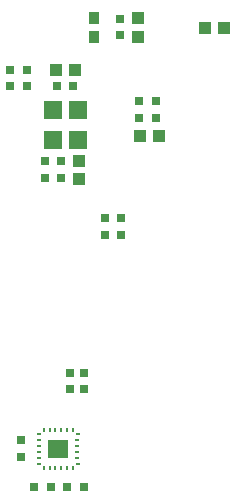
<source format=gbp>
%FSAX24Y24*%
%MOIN*%
G70*
G01*
G75*
G04 Layer_Color=128*
%ADD10C,0.0100*%
%ADD11R,0.0300X0.0300*%
%ADD12P,0.0424X4X360.0*%
%ADD13P,0.0424X4X90.0*%
%ADD14R,0.0300X0.0300*%
%ADD15R,0.0118X0.0157*%
%ADD16R,0.0394X0.0413*%
%ADD17R,0.0984X0.1496*%
%ADD18R,0.0197X0.0787*%
%ADD19O,0.0709X0.0118*%
%ADD20O,0.0118X0.0709*%
%ADD21R,0.0394X0.0374*%
%ADD22C,0.0100*%
%ADD23C,0.0300*%
%ADD24C,0.0150*%
%ADD25C,0.0200*%
%ADD26C,0.0866*%
%ADD27C,0.2100*%
%ADD28C,0.0591*%
%ADD29R,0.0591X0.0591*%
%ADD30C,0.0250*%
%ADD31C,0.0260*%
%ADD32R,0.0413X0.0394*%
%ADD33R,0.0630X0.0591*%
%ADD34R,0.0374X0.0394*%
%ADD35R,0.0709X0.0630*%
%ADD36O,0.0079X0.0177*%
%ADD37O,0.0098X0.0197*%
%ADD38O,0.0177X0.0079*%
%ADD39O,0.0197X0.0098*%
%ADD40C,0.0098*%
%ADD41C,0.0236*%
%ADD42C,0.0050*%
%ADD43C,0.0079*%
%ADD44C,0.0180*%
%ADD45R,0.0380X0.0380*%
%ADD46P,0.0537X4X360.0*%
%ADD47P,0.0537X4X90.0*%
%ADD48R,0.0380X0.0380*%
%ADD49R,0.0198X0.0237*%
%ADD50R,0.0474X0.0493*%
%ADD51R,0.1064X0.1576*%
%ADD52R,0.0277X0.0867*%
%ADD53O,0.0789X0.0198*%
%ADD54O,0.0198X0.0789*%
%ADD55R,0.0474X0.0454*%
%ADD56C,0.0946*%
%ADD57C,0.2180*%
%ADD58C,0.0671*%
%ADD59R,0.0671X0.0671*%
%ADD60C,0.0330*%
%ADD61R,0.0493X0.0474*%
%ADD62R,0.0710X0.0671*%
%ADD63R,0.0454X0.0474*%
%ADD64R,0.0789X0.0710*%
%ADD65O,0.0159X0.0257*%
%ADD66O,0.0178X0.0277*%
%ADD67O,0.0257X0.0159*%
%ADD68O,0.0277X0.0178*%
%ADD69C,0.0340*%
D11*
X012700Y027250D02*
D03*
Y026700D02*
D03*
X013150Y027250D02*
D03*
Y026700D02*
D03*
X011850Y034300D02*
D03*
Y033750D02*
D03*
X012400Y034300D02*
D03*
Y033750D02*
D03*
X015550Y035750D02*
D03*
Y036300D02*
D03*
X015000Y035750D02*
D03*
Y036300D02*
D03*
X014350Y039050D02*
D03*
Y038500D02*
D03*
X011050Y025000D02*
D03*
Y024450D02*
D03*
D14*
X011250Y036800D02*
D03*
X010700D02*
D03*
X013850Y031850D02*
D03*
X014400D02*
D03*
X013850Y032400D02*
D03*
X014400D02*
D03*
X012250Y036800D02*
D03*
X012800D02*
D03*
X011250Y037350D02*
D03*
X010700D02*
D03*
X011500Y023450D02*
D03*
X012050D02*
D03*
X012600D02*
D03*
X013150D02*
D03*
D16*
X014950Y039065D02*
D03*
Y038435D02*
D03*
X013000Y034315D02*
D03*
Y033685D02*
D03*
D32*
X017815Y038750D02*
D03*
X017185D02*
D03*
X015035Y035150D02*
D03*
X015665D02*
D03*
X012865Y037350D02*
D03*
X012235D02*
D03*
D33*
X012122Y036014D02*
D03*
X012965D02*
D03*
X012122Y035014D02*
D03*
X012965D02*
D03*
D34*
X013500Y038435D02*
D03*
Y039065D02*
D03*
D35*
X012308Y024700D02*
D03*
D36*
X012800Y025340D02*
D03*
X011816D02*
D03*
Y024060D02*
D03*
X012800D02*
D03*
D37*
X012603Y025330D02*
D03*
X012406D02*
D03*
X012209D02*
D03*
X012013D02*
D03*
Y024070D02*
D03*
X012209D02*
D03*
X012406D02*
D03*
X012603D02*
D03*
D38*
X011668Y025192D02*
D03*
Y024208D02*
D03*
X012948D02*
D03*
Y025192D02*
D03*
D39*
X011678Y024995D02*
D03*
Y024798D02*
D03*
Y024602D02*
D03*
Y024405D02*
D03*
X012938D02*
D03*
Y024602D02*
D03*
Y024798D02*
D03*
Y024995D02*
D03*
M02*

</source>
